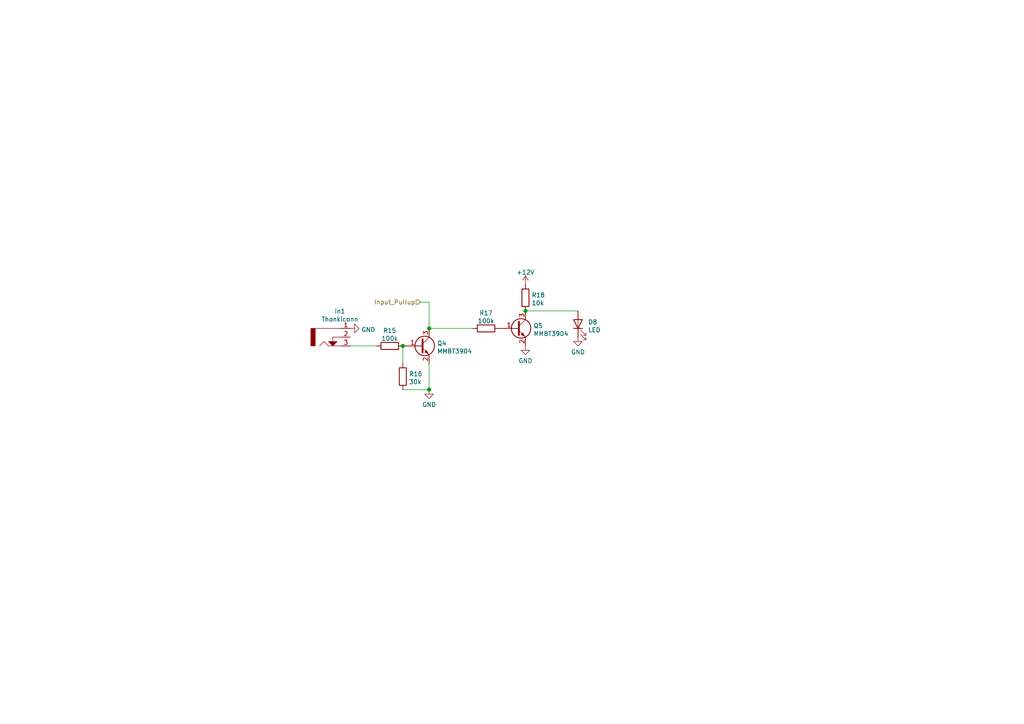
<source format=kicad_sch>
(kicad_sch (version 20210126) (generator eeschema)
  (paper "A4")
  (lib_symbols
    (symbol "Device:LED" (pin_numbers hide) (pin_names (offset 1.016) hide)
      (property "Reference" "D" (at 0 2.54 0))
      (property "Value" "LED" (at 0 -2.54 0))
      (symbol "LED_0_1"
        (polyline (pts (xy -1.27 -1.27) (xy -1.27 1.27)) (stroke (width 0.254)))
        (polyline (pts (xy -1.27 0) (xy 1.27 0)))
        (polyline (pts (xy 1.27 -1.27) (xy 1.27 1.27) (xy -1.27 0) (xy 1.27 -1.27)) (stroke (width 0.254)))
        (polyline (pts (xy -3.048 -0.762) (xy -4.572 -2.286) (xy -3.81 -2.286) (xy -4.572 -2.286) (xy -4.572 -1.524)))
        (polyline (pts (xy -1.778 -0.762) (xy -3.302 -2.286) (xy -2.54 -2.286) (xy -3.302 -2.286) (xy -3.302 -1.524)))
      )
      (symbol "LED_1_1"
        (pin passive line (at -3.81 0 0) (length 2.54) (name "K") (number "1"))
        (pin passive line (at 3.81 0 180) (length 2.54) (name "A") (number "2"))
      )
    )
    (symbol "Device:R" (pin_numbers hide) (pin_names (offset 0))
      (property "Reference" "R" (at 2.032 0 90))
      (property "Value" "R" (at 0 0 90))
      (symbol "R_0_1"
        (rectangle (start -1.016 -2.54) (end 1.016 2.54) (stroke (width 0.254)))
      )
      (symbol "R_1_1"
        (pin passive line (at 0 3.81 270) (length 1.27) (name "~") (number "1"))
        (pin passive line (at 0 -3.81 90) (length 1.27) (name "~") (number "2"))
      )
    )
    (symbol "Transistor_BJT:MMBT3904" (pin_names (offset 0) hide)
      (property "Reference" "Q" (at 5.08 1.905 0))
      (property "Value" "MMBT3904" (at 5.08 0 0))
      (symbol "MMBT3904_0_1"
        (circle (center 1.27 0) (radius 2.8194) (stroke (width 0.254)))
        (polyline (pts (xy 0.635 0.635) (xy 2.54 2.54)))
        (polyline (pts (xy 0.635 -0.635) (xy 2.54 -2.54) (xy 2.54 -2.54)))
        (polyline (pts (xy 0.635 1.905) (xy 0.635 -1.905) (xy 0.635 -1.905)) (stroke (width 0.508)))
        (polyline (pts (xy 1.27 -1.778) (xy 1.778 -1.27) (xy 2.286 -2.286) (xy 1.27 -1.778) (xy 1.27 -1.778)) (fill (type outline)))
      )
      (symbol "MMBT3904_1_1"
        (pin input line (at -5.08 0 0) (length 5.715) (name "B") (number "1"))
        (pin passive line (at 2.54 -5.08 90) (length 2.54) (name "E") (number "2"))
        (pin passive line (at 2.54 5.08 270) (length 2.54) (name "C") (number "3"))
      )
    )
    (symbol "nathans_symbols:Thonkiconn"
      (property "Reference" "U" (at -2.54 7.62 0))
      (property "Value" "Thonkiconn" (at -2.54 5.08 0))
      (symbol "Thonkiconn_0_1"
        (rectangle (start -11.43 2.54) (end -10.16 -2.54) (stroke (width 0.1524)) (fill (type outline)))
        (polyline (pts (xy -2.54 2.54) (xy -10.16 2.54)) (stroke (width 0.1524)))
        (polyline (pts (xy -2.54 0) (xy -5.08 0) (xy -5.08 -2.54)) (stroke (width 0.1524)))
        (polyline (pts (xy -2.54 -2.54) (xy -6.35 -2.54) (xy -7.62 -1.27) (xy -8.89 -2.54)) (stroke (width 0.1524)))
        (polyline (pts (xy -5.08 -2.54) (xy -6.35 -1.27) (xy -3.81 -1.27) (xy -5.08 -2.54)) (stroke (width 0.1524)) (fill (type outline)))
      )
      (symbol "Thonkiconn_1_1"
        (pin passive line (at 0 2.54 180) (length 2.54) (name "") (number "1"))
        (pin passive line (at 0 0 180) (length 2.54) (name "") (number "2"))
        (pin passive line (at 0 -2.54 180) (length 2.54) (name "") (number "3"))
      )
    )
    (symbol "power:+12V" (power) (pin_names (offset 0))
      (property "Value" "+12V" (at 0 3.556 0))
      (symbol "+12V_0_1"
        (polyline (pts (xy -0.762 1.27) (xy 0 2.54)))
        (polyline (pts (xy 0 0) (xy 0 2.54)))
        (polyline (pts (xy 0 2.54) (xy 0.762 1.27)))
      )
      (symbol "+12V_1_1"
        (pin power_in line (at 0 0 90) (length 0) hide (name "+12V") (number "1"))
      )
    )
    (symbol "power:GND" (power) (pin_names (offset 0))
      (property "Value" "GND" (at 0 -3.81 0))
      (symbol "GND_0_1"
        (polyline (pts (xy 0 0) (xy 0 -1.27) (xy 1.27 -1.27) (xy 0 -2.54) (xy -1.27 -1.27) (xy 0 -1.27)))
      )
      (symbol "GND_1_1"
        (pin power_in line (at 0 0 270) (length 0) hide (name "GND") (number "1"))
      )
    )
  )
  (junction (at 116.84 100.33) (diameter 1.016))
  (junction (at 124.46 95.25) (diameter 1.016))
  (junction (at 124.46 113.03) (diameter 1.016))
  (junction (at 152.4 90.17) (diameter 1.016))
  (wire (pts (xy 101.6 100.33) (xy 109.22 100.33)))
  (wire (pts (xy 116.84 105.41) (xy 116.84 100.33)))
  (wire (pts (xy 116.84 113.03) (xy 124.46 113.03)))
  (wire (pts (xy 121.92 87.63) (xy 124.46 87.63)))
  (wire (pts (xy 124.46 95.25) (xy 124.46 87.63)))
  (wire (pts (xy 124.46 95.25) (xy 137.16 95.25)))
  (wire (pts (xy 124.46 113.03) (xy 124.46 105.41)))
  (wire (pts (xy 167.64 90.17) (xy 152.4 90.17)))
  (hierarchical_label "Input_Pullup" (shape input) (at 121.92 87.63 180))
  (symbol (lib_id "power:+12V") (at 152.4 82.55 0) (unit 1)
    (property "Reference" "#PWR0128" (effects hide))
    (property "Value" "+12V" (at 152.4 79.0026 0))
  )
  (symbol (lib_id "power:GND") (at 101.6 95.25 90) (unit 1)
    (property "Reference" "#PWR0133" (effects hide))
    (property "Value" "GND" (at 104.7751 95.6385 90) (effects (justify right)))
  )
  (symbol (lib_id "power:GND") (at 124.46 113.03 0) (unit 1)
    (property "Reference" "#PWR0134" (effects hide))
    (property "Value" "GND" (at 124.46 117.3544 0))
  )
  (symbol (lib_id "power:GND") (at 152.4 100.33 0) (unit 1)
    (property "Reference" "#PWR0132" (effects hide))
    (property "Value" "GND" (at 152.4 104.6544 0))
  )
  (symbol (lib_id "power:GND") (at 167.64 97.79 0) (unit 1)
    (property "Reference" "#PWR0129" (effects hide))
    (property "Value" "GND" (at 167.64 102.1144 0))
  )
  (symbol (lib_id "Device:R") (at 113.03 100.33 270) (unit 1)
    (property "Reference" "R15" (at 113.03 95.8808 90))
    (property "Value" "100k" (at 113.03 98.1795 90))
    (property "Footprint" "Resistor_SMD:R_0805_2012MetricValue" (effects hide))
    (property "LCSC" "C17407" (effects hide))
  )
  (symbol (lib_id "Device:R") (at 116.84 109.22 180) (unit 1)
    (property "Reference" "R16" (at 118.6181 108.4591 0) (effects (justify right)))
    (property "Value" "30k" (at 118.6181 110.7578 0) (effects (justify right)))
    (property "Footprint" "Resistor_SMD:R_0805_2012MetricValue" (effects hide))
    (property "LCSC" "C17621" (effects hide))
  )
  (symbol (lib_id "Device:R") (at 140.97 95.25 270) (unit 1)
    (property "Reference" "R17" (at 140.97 90.8008 90))
    (property "Value" "100k" (at 140.97 93.0995 90))
    (property "Footprint" "Resistor_SMD:R_0805_2012MetricValue" (effects hide))
    (property "LCSC" "C17407" (effects hide))
  )
  (symbol (lib_id "Device:R") (at 152.4 86.36 180) (unit 1)
    (property "Reference" "R18" (at 154.1781 85.5991 0) (effects (justify right)))
    (property "Value" "10k" (at 154.1781 87.8978 0) (effects (justify right)))
    (property "Footprint" "Resistor_SMD:R_0805_2012MetricValue" (effects hide))
    (property "LCSC" "C17414" (effects hide))
  )
  (symbol (lib_id "Device:LED") (at 167.64 93.98 90) (unit 1)
    (property "Reference" "D8" (at 170.5611 93.4096 90) (effects (justify right)))
    (property "Value" "LED" (at 170.5611 95.7083 90) (effects (justify right)))
    (property "Footprint" "LED_THT:LED_D3.0mm" (effects hide))
  )
  (symbol (lib_id "nathans_symbols:Thonkiconn") (at 101.6 97.79 0) (unit 1)
    (property "Reference" "In1" (at 98.5774 90.2928 0))
    (property "Value" "Thonkiconn" (at 98.5774 92.5915 0))
    (property "Footprint" "kicad_libraries:Thonkiconn" (effects hide))
  )
  (symbol (lib_id "Transistor_BJT:MMBT3904") (at 121.92 100.33 0) (unit 1)
    (property "Reference" "Q4" (at 126.7715 99.5691 0) (effects (justify left)))
    (property "Value" "MMBT3904" (at 126.7715 101.8678 0) (effects (justify left)))
    (property "Footprint" "Package_TO_SOT_SMD:SOT-23Val" (effects hide))
    (property "Datasheet" "https://www.onsemi.com/pub/Collateral/2N3903-D.PDF" (effects hide))
    (property "LCSC" "MMBT3904" (effects hide))
  )
  (symbol (lib_id "Transistor_BJT:MMBT3904") (at 149.86 95.25 0) (unit 1)
    (property "Reference" "Q5" (at 154.7115 94.4891 0) (effects (justify left)))
    (property "Value" "MMBT3904" (at 154.7115 96.7878 0) (effects (justify left)))
    (property "Footprint" "Package_TO_SOT_SMD:SOT-23Val" (effects hide))
    (property "Datasheet" "https://www.onsemi.com/pub/Collateral/2N3903-D.PDF" (effects hide))
    (property "LCSC" "MMBT3904" (effects hide))
  )
)
</source>
